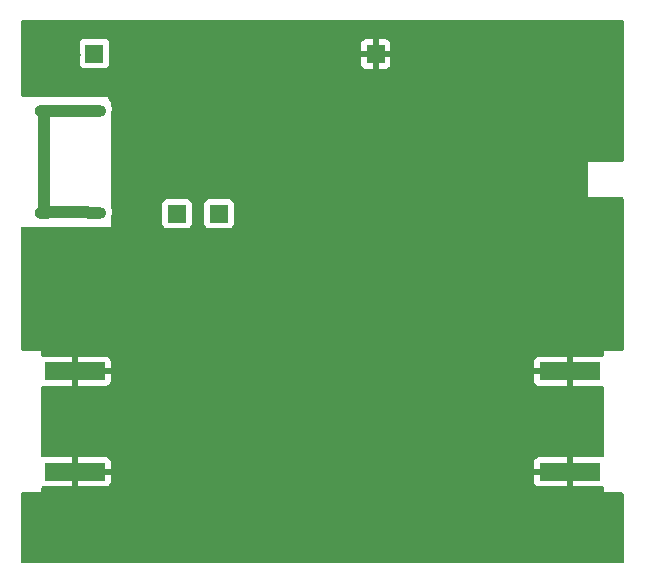
<source format=gbr>
%TF.GenerationSoftware,KiCad,Pcbnew,7.0.6-7.0.6~ubuntu22.04.1*%
%TF.CreationDate,2023-09-10T12:00:18+02:00*%
%TF.ProjectId,RFAmp,5246416d-702e-46b6-9963-61645f706362,rev?*%
%TF.SameCoordinates,Original*%
%TF.FileFunction,Copper,L2,Bot*%
%TF.FilePolarity,Positive*%
%FSLAX46Y46*%
G04 Gerber Fmt 4.6, Leading zero omitted, Abs format (unit mm)*
G04 Created by KiCad (PCBNEW 7.0.6-7.0.6~ubuntu22.04.1) date 2023-09-10 12:00:18*
%MOMM*%
%LPD*%
G01*
G04 APERTURE LIST*
%TA.AperFunction,SMDPad,CuDef*%
%ADD10R,5.080000X1.500000*%
%TD*%
%TA.AperFunction,ComponentPad*%
%ADD11R,1.500000X1.500000*%
%TD*%
%TA.AperFunction,ComponentPad*%
%ADD12O,1.600000X1.000000*%
%TD*%
%TA.AperFunction,ComponentPad*%
%ADD13O,2.100000X1.000000*%
%TD*%
%TA.AperFunction,ViaPad*%
%ADD14C,0.800000*%
%TD*%
%TA.AperFunction,ViaPad*%
%ADD15C,4.000000*%
%TD*%
%TA.AperFunction,Conductor*%
%ADD16C,1.000000*%
%TD*%
G04 APERTURE END LIST*
D10*
%TO.P,J1,2,Ext*%
%TO.N,GND*%
X104562500Y-129750000D03*
X104562500Y-138250000D03*
%TD*%
%TO.P,J2,2,Ext*%
%TO.N,GND*%
X146437500Y-129750000D03*
X146437500Y-138250000D03*
%TD*%
D11*
%TO.P,TP3,1,1*%
%TO.N,+8V*%
X116750000Y-116400000D03*
%TD*%
%TO.P,TP2,1,1*%
%TO.N,/VBUS*%
X106200000Y-102850000D03*
%TD*%
D12*
%TO.P,J4,S1,SHIELD*%
%TO.N,Net-(J4-SHIELD)*%
X101950000Y-116320000D03*
D13*
X106130000Y-116320000D03*
D12*
X101950000Y-107680000D03*
D13*
X106130000Y-107680000D03*
%TD*%
D11*
%TO.P,TP4,1,1*%
%TO.N,GND*%
X130000000Y-102875000D03*
%TD*%
%TO.P,TP1,1,1*%
%TO.N,+12V*%
X113200000Y-116400000D03*
%TD*%
D14*
%TO.N,GND*%
X143000000Y-100800000D03*
X140000000Y-100800000D03*
X136500000Y-100800000D03*
X133000000Y-100800000D03*
X130000000Y-100800000D03*
X120000000Y-100800000D03*
X117000000Y-100800000D03*
X111000000Y-100800000D03*
X108000000Y-100800000D03*
X150200000Y-105000000D03*
X146000000Y-100800000D03*
X127000000Y-100800000D03*
X123000000Y-100800000D03*
X105000000Y-100800000D03*
X150200000Y-107000000D03*
D15*
X148000000Y-103000000D03*
D14*
X130000000Y-145200000D03*
X133000000Y-145200000D03*
X136000000Y-145200000D03*
X139000000Y-145200000D03*
X111000000Y-145200000D03*
X114000000Y-145200000D03*
X117000000Y-145200000D03*
X133000000Y-130200000D03*
X133000000Y-128500000D03*
X127000000Y-128500000D03*
X127000000Y-130200000D03*
X128900000Y-126900000D03*
X126400000Y-126900000D03*
X118200000Y-132100000D03*
X104800000Y-132100000D03*
X103500000Y-132100000D03*
X103500000Y-135900000D03*
X104800000Y-135900000D03*
X130650000Y-118050000D03*
X131400000Y-107150000D03*
X126300000Y-135900000D03*
X150200000Y-145200000D03*
X120000000Y-145200000D03*
X115700000Y-132100000D03*
X116000000Y-121400000D03*
X128450000Y-109200000D03*
X125000000Y-118300000D03*
X122750000Y-129250000D03*
X111400000Y-115800000D03*
X145800000Y-135900000D03*
X104550000Y-139800000D03*
X124000000Y-132100000D03*
X143150000Y-138250000D03*
X138300000Y-132100000D03*
X107850000Y-129750000D03*
X125400000Y-109200000D03*
X113115586Y-110310978D03*
X100750000Y-118400000D03*
X116900000Y-132100000D03*
X111200000Y-108000000D03*
X114850000Y-110150000D03*
X111600000Y-125800000D03*
X108600000Y-115400000D03*
X134850000Y-119000000D03*
X147000000Y-132100000D03*
X147000000Y-135900000D03*
X139400000Y-125800000D03*
X108600000Y-116600000D03*
X133500000Y-135900000D03*
X121000000Y-135800000D03*
X121050000Y-129250000D03*
X126342630Y-111177702D03*
X113490547Y-114285467D03*
X146300000Y-128200000D03*
X132300000Y-135900000D03*
X134850000Y-116500000D03*
X143150000Y-129750000D03*
X104550000Y-136700000D03*
X109800000Y-135900000D03*
X108500000Y-104000000D03*
X118200000Y-135900000D03*
X111050000Y-112150000D03*
X115350000Y-108150000D03*
X111000000Y-135900000D03*
X146600000Y-125800000D03*
X104000000Y-121400000D03*
X119150000Y-129250000D03*
D15*
X148000000Y-143000000D03*
D14*
X141900000Y-132100000D03*
X138300000Y-135900000D03*
X117450000Y-105750000D03*
X137100000Y-132100000D03*
X133200000Y-105850000D03*
X134700000Y-135900000D03*
X107400000Y-135900000D03*
X115400000Y-105800000D03*
X104400000Y-125800000D03*
X140700000Y-132100000D03*
X122700000Y-135900000D03*
X145700000Y-132100000D03*
X125100000Y-135900000D03*
X119453434Y-112111151D03*
X135900000Y-135900000D03*
X104600000Y-128200000D03*
X133500000Y-132100000D03*
X145500000Y-145200000D03*
X106100000Y-132100000D03*
X126800000Y-107200000D03*
D15*
X125000000Y-143000000D03*
D14*
X123900000Y-135900000D03*
X125500000Y-132100000D03*
X114500000Y-132100000D03*
X142500000Y-145200000D03*
X107800000Y-106600000D03*
X127000000Y-132100000D03*
X132500000Y-121500000D03*
X118750000Y-102250000D03*
X108600000Y-135900000D03*
X112100000Y-132100000D03*
X128950000Y-110150000D03*
X106100000Y-135900000D03*
X110900000Y-132100000D03*
X115400000Y-102200000D03*
X123800000Y-119600000D03*
X112000000Y-121400000D03*
X105000000Y-145200000D03*
X144400000Y-132100000D03*
X127000000Y-145200000D03*
X137100000Y-135900000D03*
X134700000Y-132100000D03*
X123000000Y-145200000D03*
X132200000Y-125800000D03*
X139500000Y-132100000D03*
X107000000Y-118400000D03*
X107300000Y-132100000D03*
X134850000Y-121450000D03*
X104600000Y-120000000D03*
X115200000Y-125800000D03*
X108050000Y-107800000D03*
X108000000Y-125800000D03*
X150200000Y-140900000D03*
X129900000Y-135900000D03*
X129200000Y-125800000D03*
X141900000Y-135900000D03*
X131000000Y-119500000D03*
X118800000Y-125800000D03*
D15*
X103000000Y-143000000D03*
D14*
X107900000Y-138250000D03*
X127816352Y-117978803D03*
D15*
X125000000Y-103000000D03*
D14*
X120000000Y-121400000D03*
X126450000Y-114150000D03*
X100800000Y-100800000D03*
X131100000Y-135900000D03*
X100650000Y-140500000D03*
X121800000Y-114600000D03*
X122400000Y-125800000D03*
X144500000Y-135900000D03*
X117000000Y-114400000D03*
X143200000Y-135900000D03*
D15*
X103000000Y-103000000D03*
D14*
X127500000Y-135900000D03*
X108500000Y-132100000D03*
X100800000Y-105600000D03*
X100800000Y-125800000D03*
X109700000Y-132100000D03*
X139500000Y-135900000D03*
X104550000Y-131250000D03*
X119400000Y-135900000D03*
X123550000Y-121550000D03*
X150200000Y-125800000D03*
X108000000Y-121400000D03*
X122800000Y-119600000D03*
X146400000Y-131300000D03*
X146400000Y-139800000D03*
X108000000Y-145200000D03*
X135900000Y-132100000D03*
X100750000Y-121350000D03*
X114600000Y-135900000D03*
X112200000Y-135900000D03*
X128700000Y-135900000D03*
X117000000Y-135900000D03*
X113300000Y-132100000D03*
X125000000Y-125800000D03*
X100800000Y-145200000D03*
X113400000Y-135900000D03*
X146300000Y-136700000D03*
X150200000Y-127200000D03*
X148300000Y-135900000D03*
X115800000Y-135900000D03*
X129950000Y-121350000D03*
X143000000Y-125800000D03*
X148300000Y-132100000D03*
X140700000Y-135900000D03*
X132138593Y-110531476D03*
X135800000Y-125800000D03*
X143100000Y-132100000D03*
%TD*%
D16*
%TO.N,Net-(J4-SHIELD)*%
X106090000Y-107700000D02*
X101910000Y-107700000D01*
X101900000Y-107680000D02*
X101900000Y-116320000D01*
X105590000Y-116300000D02*
X102010000Y-116300000D01*
%TD*%
%TA.AperFunction,Conductor*%
%TO.N,GND*%
G36*
X150942539Y-100020185D02*
G01*
X150988294Y-100072989D01*
X150999500Y-100124500D01*
X150999500Y-111876000D01*
X150979815Y-111943039D01*
X150927011Y-111988794D01*
X150875500Y-112000000D01*
X148000000Y-112000000D01*
X148000000Y-115000000D01*
X150875500Y-115000000D01*
X150942539Y-115019685D01*
X150988294Y-115072489D01*
X150999500Y-115124000D01*
X150999500Y-127875500D01*
X150979815Y-127942539D01*
X150927011Y-127988294D01*
X150875500Y-127999500D01*
X149324760Y-127999500D01*
X149324554Y-127999459D01*
X149300000Y-127999459D01*
X149299901Y-127999500D01*
X149299617Y-127999616D01*
X149299615Y-127999618D01*
X149299459Y-127999999D01*
X149299476Y-128024616D01*
X149299471Y-128024616D01*
X149299500Y-128024759D01*
X149299500Y-128407858D01*
X149279815Y-128474897D01*
X149227011Y-128520652D01*
X149157853Y-128530596D01*
X149132167Y-128524040D01*
X149084880Y-128506403D01*
X149084872Y-128506401D01*
X149025344Y-128500000D01*
X146687500Y-128500000D01*
X146687500Y-131000000D01*
X149025328Y-131000000D01*
X149025344Y-130999999D01*
X149084872Y-130993598D01*
X149084880Y-130993596D01*
X149132165Y-130975960D01*
X149201857Y-130970975D01*
X149263180Y-131004459D01*
X149296666Y-131065782D01*
X149299500Y-131092141D01*
X149299500Y-136907858D01*
X149279815Y-136974897D01*
X149227011Y-137020652D01*
X149157853Y-137030596D01*
X149132167Y-137024040D01*
X149084880Y-137006403D01*
X149084872Y-137006401D01*
X149025344Y-137000000D01*
X146687500Y-137000000D01*
X146687500Y-139500000D01*
X149025328Y-139500000D01*
X149025344Y-139499999D01*
X149084872Y-139493598D01*
X149084880Y-139493596D01*
X149132165Y-139475960D01*
X149201857Y-139470975D01*
X149263180Y-139504459D01*
X149296666Y-139565782D01*
X149299500Y-139592141D01*
X149299500Y-139975467D01*
X149299416Y-139975889D01*
X149299459Y-140000001D01*
X149299500Y-140000099D01*
X149299616Y-140000382D01*
X149299618Y-140000384D01*
X149299808Y-140000462D01*
X149300000Y-140000541D01*
X149300002Y-140000539D01*
X149324616Y-140000524D01*
X149324616Y-140000528D01*
X149324760Y-140000500D01*
X150875500Y-140000500D01*
X150942539Y-140020185D01*
X150988294Y-140072989D01*
X150999500Y-140124500D01*
X150999500Y-145875500D01*
X150979815Y-145942539D01*
X150927011Y-145988294D01*
X150875500Y-145999500D01*
X100124500Y-145999500D01*
X100057461Y-145979815D01*
X100011706Y-145927011D01*
X100000500Y-145875500D01*
X100000500Y-140124500D01*
X100020185Y-140057461D01*
X100072989Y-140011706D01*
X100124500Y-140000500D01*
X101675240Y-140000500D01*
X101675383Y-140000528D01*
X101675384Y-140000524D01*
X101699997Y-140000539D01*
X101700000Y-140000541D01*
X101700383Y-140000383D01*
X101700500Y-140000099D01*
X101700499Y-140000099D01*
X101700541Y-140000000D01*
X101700540Y-139999998D01*
X101706892Y-139985028D01*
X101700521Y-139964747D01*
X101700499Y-139962417D01*
X101700499Y-139592141D01*
X101720184Y-139525102D01*
X101772988Y-139479347D01*
X101842146Y-139469403D01*
X101867833Y-139475959D01*
X101915123Y-139493597D01*
X101915127Y-139493598D01*
X101974655Y-139499999D01*
X101974672Y-139500000D01*
X104312500Y-139500000D01*
X104312500Y-138500000D01*
X104812500Y-138500000D01*
X104812500Y-139500000D01*
X107150328Y-139500000D01*
X107150344Y-139499999D01*
X107209872Y-139493598D01*
X107209879Y-139493596D01*
X107344586Y-139443354D01*
X107344593Y-139443350D01*
X107459687Y-139357190D01*
X107459690Y-139357187D01*
X107545850Y-139242093D01*
X107545854Y-139242086D01*
X107596096Y-139107379D01*
X107596098Y-139107372D01*
X107602499Y-139047844D01*
X107602500Y-139047827D01*
X107602500Y-138500000D01*
X143397500Y-138500000D01*
X143397500Y-139047844D01*
X143403901Y-139107372D01*
X143403903Y-139107379D01*
X143454145Y-139242086D01*
X143454149Y-139242093D01*
X143540309Y-139357187D01*
X143540312Y-139357190D01*
X143655406Y-139443350D01*
X143655413Y-139443354D01*
X143790120Y-139493596D01*
X143790127Y-139493598D01*
X143849655Y-139499999D01*
X143849672Y-139500000D01*
X146187500Y-139500000D01*
X146187500Y-138500000D01*
X143397500Y-138500000D01*
X107602500Y-138500000D01*
X104812500Y-138500000D01*
X104312500Y-138500000D01*
X104312500Y-137000000D01*
X104812500Y-137000000D01*
X104812500Y-138000000D01*
X107602500Y-138000000D01*
X143397500Y-138000000D01*
X146187500Y-138000000D01*
X146187500Y-137000000D01*
X143849655Y-137000000D01*
X143790127Y-137006401D01*
X143790120Y-137006403D01*
X143655413Y-137056645D01*
X143655406Y-137056649D01*
X143540312Y-137142809D01*
X143540309Y-137142812D01*
X143454149Y-137257906D01*
X143454145Y-137257913D01*
X143403903Y-137392620D01*
X143403901Y-137392627D01*
X143397500Y-137452155D01*
X143397500Y-138000000D01*
X107602500Y-138000000D01*
X107602500Y-137452172D01*
X107602499Y-137452155D01*
X107596098Y-137392627D01*
X107596096Y-137392620D01*
X107545854Y-137257913D01*
X107545850Y-137257906D01*
X107459690Y-137142812D01*
X107459687Y-137142809D01*
X107344593Y-137056649D01*
X107344586Y-137056645D01*
X107209879Y-137006403D01*
X107209872Y-137006401D01*
X107150344Y-137000000D01*
X104812500Y-137000000D01*
X104312500Y-137000000D01*
X101974655Y-137000000D01*
X101915127Y-137006401D01*
X101915116Y-137006404D01*
X101867831Y-137024040D01*
X101798139Y-137029024D01*
X101736817Y-136995538D01*
X101703332Y-136934214D01*
X101700499Y-136907858D01*
X101700499Y-131092141D01*
X101720184Y-131025102D01*
X101772988Y-130979347D01*
X101842146Y-130969403D01*
X101867833Y-130975959D01*
X101915123Y-130993597D01*
X101915127Y-130993598D01*
X101974655Y-130999999D01*
X101974672Y-131000000D01*
X104312500Y-131000000D01*
X104312500Y-130000000D01*
X104812500Y-130000000D01*
X104812500Y-131000000D01*
X107150328Y-131000000D01*
X107150344Y-130999999D01*
X107209872Y-130993598D01*
X107209879Y-130993596D01*
X107344586Y-130943354D01*
X107344593Y-130943350D01*
X107459687Y-130857190D01*
X107459690Y-130857187D01*
X107545850Y-130742093D01*
X107545854Y-130742086D01*
X107596096Y-130607379D01*
X107596098Y-130607372D01*
X107602499Y-130547844D01*
X107602500Y-130547827D01*
X107602500Y-130000000D01*
X143397500Y-130000000D01*
X143397500Y-130547844D01*
X143403901Y-130607372D01*
X143403903Y-130607379D01*
X143454145Y-130742086D01*
X143454149Y-130742093D01*
X143540309Y-130857187D01*
X143540312Y-130857190D01*
X143655406Y-130943350D01*
X143655413Y-130943354D01*
X143790120Y-130993596D01*
X143790127Y-130993598D01*
X143849655Y-130999999D01*
X143849672Y-131000000D01*
X146187500Y-131000000D01*
X146187500Y-130000000D01*
X143397500Y-130000000D01*
X107602500Y-130000000D01*
X104812500Y-130000000D01*
X104312500Y-130000000D01*
X104312500Y-128500000D01*
X104812500Y-128500000D01*
X104812500Y-129500000D01*
X107602500Y-129500000D01*
X143397500Y-129500000D01*
X146187500Y-129500000D01*
X146187500Y-128500000D01*
X143849655Y-128500000D01*
X143790127Y-128506401D01*
X143790120Y-128506403D01*
X143655413Y-128556645D01*
X143655406Y-128556649D01*
X143540312Y-128642809D01*
X143540309Y-128642812D01*
X143454149Y-128757906D01*
X143454145Y-128757913D01*
X143403903Y-128892620D01*
X143403901Y-128892627D01*
X143397500Y-128952155D01*
X143397500Y-129500000D01*
X107602500Y-129500000D01*
X107602500Y-128952172D01*
X107602499Y-128952155D01*
X107596098Y-128892627D01*
X107596096Y-128892620D01*
X107545854Y-128757913D01*
X107545850Y-128757906D01*
X107459690Y-128642812D01*
X107459687Y-128642809D01*
X107344593Y-128556649D01*
X107344586Y-128556645D01*
X107209879Y-128506403D01*
X107209872Y-128506401D01*
X107150344Y-128500000D01*
X104812500Y-128500000D01*
X104312500Y-128500000D01*
X101974655Y-128500000D01*
X101915127Y-128506401D01*
X101915116Y-128506404D01*
X101867831Y-128524040D01*
X101798139Y-128529024D01*
X101736817Y-128495538D01*
X101703332Y-128434214D01*
X101700499Y-128407858D01*
X101700499Y-128008338D01*
X101700539Y-128000002D01*
X101700541Y-128000000D01*
X101700383Y-127999617D01*
X101700382Y-127999616D01*
X101700099Y-127999500D01*
X101700000Y-127999459D01*
X101675446Y-127999459D01*
X101675240Y-127999500D01*
X100124500Y-127999500D01*
X100057461Y-127979815D01*
X100011706Y-127927011D01*
X100000500Y-127875500D01*
X100000500Y-117624000D01*
X100020185Y-117556961D01*
X100072989Y-117511206D01*
X100124500Y-117500000D01*
X107600000Y-117500000D01*
X107600000Y-117197870D01*
X111949500Y-117197870D01*
X111949501Y-117197876D01*
X111955908Y-117257483D01*
X112006202Y-117392328D01*
X112006206Y-117392335D01*
X112092452Y-117507544D01*
X112092455Y-117507547D01*
X112207664Y-117593793D01*
X112207671Y-117593797D01*
X112342517Y-117644091D01*
X112342516Y-117644091D01*
X112349444Y-117644835D01*
X112402127Y-117650500D01*
X113997872Y-117650499D01*
X114057483Y-117644091D01*
X114192331Y-117593796D01*
X114307546Y-117507546D01*
X114393796Y-117392331D01*
X114444091Y-117257483D01*
X114450500Y-117197873D01*
X114450500Y-117197870D01*
X115499500Y-117197870D01*
X115499501Y-117197876D01*
X115505908Y-117257483D01*
X115556202Y-117392328D01*
X115556206Y-117392335D01*
X115642452Y-117507544D01*
X115642455Y-117507547D01*
X115757664Y-117593793D01*
X115757671Y-117593797D01*
X115892517Y-117644091D01*
X115892516Y-117644091D01*
X115899444Y-117644835D01*
X115952127Y-117650500D01*
X117547872Y-117650499D01*
X117607483Y-117644091D01*
X117742331Y-117593796D01*
X117857546Y-117507546D01*
X117943796Y-117392331D01*
X117994091Y-117257483D01*
X118000500Y-117197873D01*
X118000499Y-115602128D01*
X117994091Y-115542517D01*
X117943796Y-115407669D01*
X117943795Y-115407668D01*
X117943793Y-115407664D01*
X117857547Y-115292455D01*
X117857544Y-115292452D01*
X117742335Y-115206206D01*
X117742328Y-115206202D01*
X117607482Y-115155908D01*
X117607483Y-115155908D01*
X117547883Y-115149501D01*
X117547881Y-115149500D01*
X117547873Y-115149500D01*
X117547864Y-115149500D01*
X115952129Y-115149500D01*
X115952123Y-115149501D01*
X115892516Y-115155908D01*
X115757671Y-115206202D01*
X115757664Y-115206206D01*
X115642455Y-115292452D01*
X115642452Y-115292455D01*
X115556206Y-115407664D01*
X115556202Y-115407671D01*
X115505908Y-115542517D01*
X115499501Y-115602116D01*
X115499501Y-115602123D01*
X115499500Y-115602135D01*
X115499500Y-117197870D01*
X114450500Y-117197870D01*
X114450499Y-115602128D01*
X114444091Y-115542517D01*
X114393796Y-115407669D01*
X114393795Y-115407668D01*
X114393793Y-115407664D01*
X114307547Y-115292455D01*
X114307544Y-115292452D01*
X114192335Y-115206206D01*
X114192328Y-115206202D01*
X114057482Y-115155908D01*
X114057483Y-115155908D01*
X113997883Y-115149501D01*
X113997881Y-115149500D01*
X113997873Y-115149500D01*
X113997864Y-115149500D01*
X112402129Y-115149500D01*
X112402123Y-115149501D01*
X112342516Y-115155908D01*
X112207671Y-115206202D01*
X112207664Y-115206206D01*
X112092455Y-115292452D01*
X112092452Y-115292455D01*
X112006206Y-115407664D01*
X112006202Y-115407671D01*
X111955908Y-115542517D01*
X111949501Y-115602116D01*
X111949501Y-115602123D01*
X111949500Y-115602135D01*
X111949500Y-117197870D01*
X107600000Y-117197870D01*
X107600000Y-116745056D01*
X107612673Y-116690447D01*
X107616307Y-116683037D01*
X107623060Y-116669271D01*
X107674063Y-116472285D01*
X107684369Y-116269064D01*
X107653556Y-116067929D01*
X107607719Y-115944164D01*
X107600000Y-115901099D01*
X107600000Y-108105056D01*
X107612673Y-108050447D01*
X107616307Y-108043037D01*
X107623060Y-108029271D01*
X107674063Y-107832285D01*
X107684369Y-107629064D01*
X107653556Y-107427929D01*
X107607719Y-107304164D01*
X107600000Y-107261099D01*
X107600000Y-106500000D01*
X100124500Y-106500000D01*
X100057461Y-106480315D01*
X100011706Y-106427511D01*
X100000500Y-106376000D01*
X100000500Y-103647870D01*
X104949500Y-103647870D01*
X104949501Y-103647876D01*
X104955908Y-103707483D01*
X105006202Y-103842328D01*
X105006206Y-103842335D01*
X105092452Y-103957544D01*
X105092455Y-103957547D01*
X105207664Y-104043793D01*
X105207671Y-104043797D01*
X105342517Y-104094091D01*
X105342516Y-104094091D01*
X105349444Y-104094835D01*
X105402127Y-104100500D01*
X106997872Y-104100499D01*
X107057483Y-104094091D01*
X107192331Y-104043796D01*
X107307546Y-103957546D01*
X107393796Y-103842331D01*
X107444091Y-103707483D01*
X107450500Y-103647873D01*
X107450499Y-103125000D01*
X128750000Y-103125000D01*
X128750000Y-103672844D01*
X128756401Y-103732372D01*
X128756403Y-103732379D01*
X128806645Y-103867086D01*
X128806649Y-103867093D01*
X128892809Y-103982187D01*
X128892812Y-103982190D01*
X129007906Y-104068350D01*
X129007913Y-104068354D01*
X129142620Y-104118596D01*
X129142627Y-104118598D01*
X129202155Y-104124999D01*
X129202172Y-104125000D01*
X129750000Y-104125000D01*
X129750000Y-103125000D01*
X128750000Y-103125000D01*
X107450499Y-103125000D01*
X107450499Y-102904302D01*
X129646372Y-102904302D01*
X129675047Y-103017538D01*
X129738936Y-103115327D01*
X129831115Y-103187072D01*
X129941595Y-103225000D01*
X130029005Y-103225000D01*
X130115216Y-103210614D01*
X130217947Y-103155019D01*
X130245581Y-103125000D01*
X130250000Y-103125000D01*
X130250000Y-104125000D01*
X130797828Y-104125000D01*
X130797844Y-104124999D01*
X130857372Y-104118598D01*
X130857379Y-104118596D01*
X130992086Y-104068354D01*
X130992093Y-104068350D01*
X131107187Y-103982190D01*
X131107190Y-103982187D01*
X131193350Y-103867093D01*
X131193354Y-103867086D01*
X131243596Y-103732379D01*
X131243598Y-103732372D01*
X131249999Y-103672844D01*
X131250000Y-103672827D01*
X131250000Y-103125000D01*
X130250000Y-103125000D01*
X130245581Y-103125000D01*
X130297060Y-103069079D01*
X130343982Y-102962108D01*
X130353628Y-102845698D01*
X130324953Y-102732462D01*
X130261064Y-102634673D01*
X130168885Y-102562928D01*
X130058405Y-102525000D01*
X129970995Y-102525000D01*
X129884784Y-102539386D01*
X129782053Y-102594981D01*
X129702940Y-102680921D01*
X129656018Y-102787892D01*
X129646372Y-102904302D01*
X107450499Y-102904302D01*
X107450499Y-102625000D01*
X128749999Y-102625000D01*
X129750000Y-102625000D01*
X129750000Y-101625000D01*
X130250000Y-101625000D01*
X130250000Y-102625000D01*
X131250000Y-102625000D01*
X131250000Y-102077172D01*
X131249999Y-102077155D01*
X131243598Y-102017627D01*
X131243596Y-102017620D01*
X131193354Y-101882913D01*
X131193350Y-101882906D01*
X131107190Y-101767812D01*
X131107187Y-101767809D01*
X130992093Y-101681649D01*
X130992086Y-101681645D01*
X130857379Y-101631403D01*
X130857372Y-101631401D01*
X130797844Y-101625000D01*
X130250000Y-101625000D01*
X129750000Y-101625000D01*
X129202155Y-101625000D01*
X129142627Y-101631401D01*
X129142620Y-101631403D01*
X129007913Y-101681645D01*
X129007906Y-101681649D01*
X128892812Y-101767809D01*
X128892809Y-101767812D01*
X128806649Y-101882906D01*
X128806645Y-101882913D01*
X128756403Y-102017620D01*
X128756401Y-102017627D01*
X128750000Y-102077155D01*
X128750000Y-102077172D01*
X128749999Y-102625000D01*
X107450499Y-102625000D01*
X107450499Y-102052128D01*
X107444091Y-101992517D01*
X107403211Y-101882913D01*
X107393797Y-101857671D01*
X107393793Y-101857664D01*
X107307547Y-101742455D01*
X107307544Y-101742452D01*
X107192335Y-101656206D01*
X107192328Y-101656202D01*
X107057482Y-101605908D01*
X107057483Y-101605908D01*
X106997883Y-101599501D01*
X106997881Y-101599500D01*
X106997873Y-101599500D01*
X106997864Y-101599500D01*
X105402129Y-101599500D01*
X105402123Y-101599501D01*
X105342516Y-101605908D01*
X105207671Y-101656202D01*
X105207664Y-101656206D01*
X105092455Y-101742452D01*
X105092452Y-101742455D01*
X105006206Y-101857664D01*
X105006202Y-101857671D01*
X104955908Y-101992517D01*
X104953209Y-102017627D01*
X104949501Y-102052123D01*
X104949500Y-102052135D01*
X104949500Y-103647870D01*
X100000500Y-103647870D01*
X100000500Y-100124500D01*
X100020185Y-100057461D01*
X100072989Y-100011706D01*
X100124500Y-100000500D01*
X150875500Y-100000500D01*
X150942539Y-100020185D01*
G37*
%TD.AperFunction*%
%TD*%
M02*

</source>
